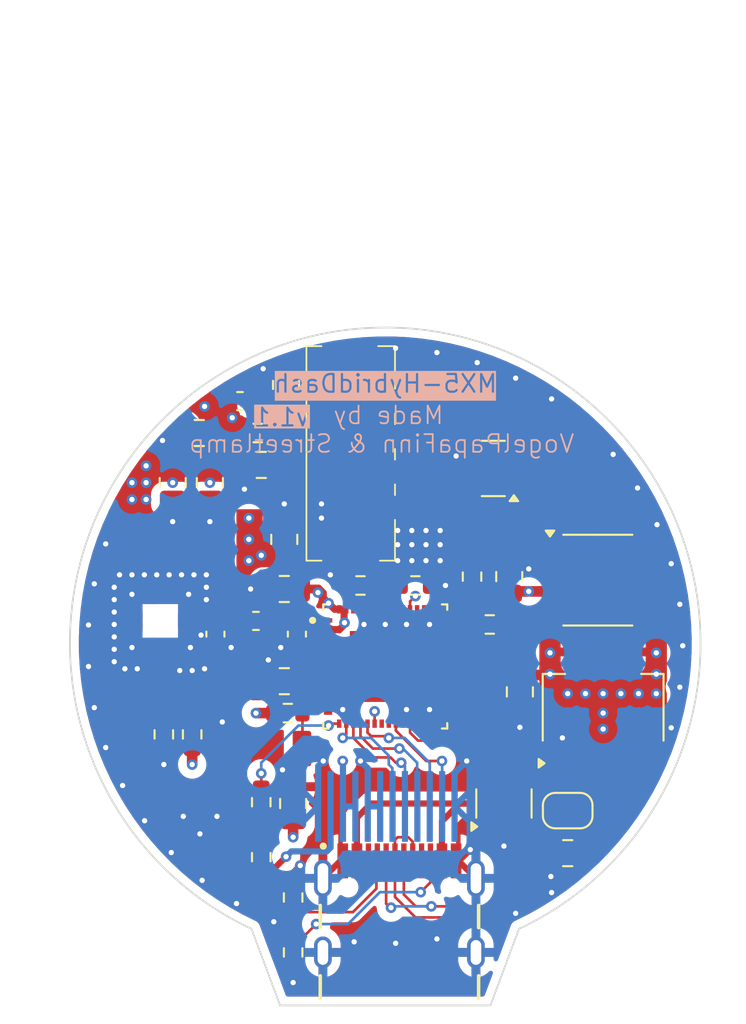
<source format=kicad_pcb>
(kicad_pcb (version 20241229) (generator "pcbnew") (generator_version "9.0")
  (layers (0 "F.Cu" signal) (4 "In1.Cu" signal) (6 "In2.Cu" signal) (2 "B.Cu" signal) (13 "F.Paste" user) (15 "B.Paste" user) (5 "F.SilkS" user "F.Silkscreen") (7 "B.SilkS" user "B.Silkscreen") (1 "F.Mask" user) (3 "B.Mask" user) (25 "Edge.Cuts" user))
  (net 0 "")
  (net 1 "GND")
  (net 2 "+3.3V")
  (net 13 "LEDK")
  (net 17 "CANH")
  (net 20 "CANL")
  (net 25 "VBUS")
  (net 39 "Net-(RST201-A)")
  (net 40 "/MCU/CHIP_PU")
  (net 41 "/USB/5V_VBUS")
  (net 42 "/MCU/RST")
  (net 43 "/MCU/DC")
  (net 44 "/MCU/CS")
  (net 45 "/MCU/DIN")
  (net 46 "/MCU/CLK")
  (net 47 "/GC9A01/LIM_BL")
  (net 48 "/GC9A01/GUI_LIM_LEDK")
  (net 49 "/CAN/CAN_TX")
  (net 50 "Net-(U201-GPIO37)")
  (net 51 "/MCU/VDD_SPI")
  (net 52 "/MCU/ROM_PRINT")
  (net 53 "/MCU/BL")
  (net 54 "/CAN/CAN_RX")
  (net 55 "Net-(U401-R)")
  (net 56 "/USB/CC1")
  (net 57 "/USB/CC2")
  (net 58 "/CAN/UNF_CANN")
  (net 59 "/CAN/UNF_CANP")
  (net 67 "/MCU/BOOT")
  (net 68 "/MCU/USB_D-")
  (net 69 "/MCU/USB_D+")
  (net 70 "UNF_USB_D-")
  (net 71 "UNF_USB_D+")
  (net 72 "/MCU/ANTENNA")
  (net 73 "LDA_IN")
  (net 74 "Net-(C404-Pad1)")
  (net 75 "/CAN/UNF_3.3V")
  (footprint "Capacitor_SMD:C_0603_1608Metric" (layer "F.Cu") (at 90.412281 117.245 -90)
    (property "Reference" "C204" (hide yes))
    (property "Value" "3.3pF")
  )
  (footprint "CustomFootprints:CONMHF1-SMD-G-T_U.FL" (layer "F.Cu") (at 87.3 116.5 -90)
    (property "Reference" "J201" (hide yes))
    (property "Value" "Conn_Coaxial")
  )
  (footprint "Resistor_SMD:R_0603_1608Metric" (layer "F.Cu") (at 92.8 105.9)
    (property "Reference" "R401" (hide yes))
    (property "Value" "3")
  )
  (footprint "Package_TO_SOT_SMD:SOT-223-3_TabPin2" (layer "F.Cu") (at 112.3 121.4 90)
    (property "Reference" "U502" (hide yes))
    (property "Value" "AMS1117-3.3")
  )
  (footprint "Resistor_SMD:R_0603_1608Metric" (layer "F.Cu") (at 93 126.725 -90)
    (property "Reference" "R301" (hide yes))
    (property "Value" "1k")
  )
  (footprint "Resistor_SMD:R_0603_1608Metric" (layer "F.Cu") (at 94.8 135.2 -90)
    (property "Reference" "Rusb502" (hide yes))
    (property "Value" "5.1k")
  )
  (footprint "Resistor_SMD:R_0603_1608Metric" (layer "F.Cu") (at 94.5 121.7 180)
    (property "Reference" "R203" (hide yes))
    (property "Value" "10k")
  )
  (footprint "Capacitor_SMD:C_0805_2012Metric" (layer "F.Cu") (at 93 107.7 180)
    (property "Reference" "C404" (hide yes))
    (property "Value" "47uF")
  )
  (footprint "Resistor_SMD:R_0603_1608Metric" (layer "F.Cu") (at 104.9 114 90)
    (property "Reference" "R204" (hide yes))
    (property "Value" "100")
  )
  (footprint "Jumper:SolderJumper-2_P1.3mm_Open_RoundedPad1.0x1.5mm" (layer "F.Cu") (at 110.3 127.2)
    (property "Reference" "JP501" (hide yes))
    (property "Value" "SolderJumper_2_Open")
  )
  (footprint "Capacitor_SMD:C_0805_2012Metric" (layer "F.Cu") (at 107.6 120.5 -90)
    (property "Reference" "C502" (hide yes))
    (property "Value" "22uF")
  )
  (footprint "Capacitor_SMD:C_0805_2012Metric" (layer "F.Cu") (at 90.1 108.7 -90)
    (property "Reference" "C401" (hide yes))
    (property "Value" "unkwn")
  )
  (footprint "CustomFootprints:ESP32-S3-PICO-1" (layer "F.Cu") (at 100 119.069563)
    (property "Reference" "U201" (hide yes))
    (property "Value" "ESP32-S3-PICO-1-N8R2")
  )
  (footprint "CustomFootprints:XUNPU_Button" (layer "F.Cu") (at 90.85 123.7)
    (property "Reference" "SPST201" (hide yes))
    (property "Value" "BOOT")
  )
  (footprint "Resistor_SMD:R_0603_1608Metric" (layer "F.Cu") (at 87.5 122.9 90)
    (property "Reference" "R201" (hide yes))
    (property "Value" "470")
  )
  (footprint "Capacitor_SMD:C_0805_2012Metric" (layer "F.Cu") (at 110.3 129.6 180)
    (property "Reference" "C501" (hide yes))
    (property "Value" "10uF")
  )
  (footprint "CustomFootprints:USB-C_24P-2.0" (layer "F.Cu") (at 100.8 135.2)
    (property "Reference" "USBC501" (hide yes))
    (property "Value" "USB4105-GF-A")
  )
  (footprint "CustomFootprints:SOT_TO_92_L2N7002SLLT1G" (layer "F.Cu") (at 90.5 128.525)
    (property "Reference" "Q301" (hide yes))
    (property "Value" "L2N7002SLLT1G")
  )
  (footprint "Resistor_SMD:R_0805_2012Metric" (layer "F.Cu") (at 94.4 103.1875 90)
    (property "Reference" "D401" (hide yes))
    (property "Value" "SP4020-01FTG-C")
  )
  (footprint "CustomFootprints:XUNPU_Button" (layer "F.Cu") (at 87.25 120.1)
    (property "Reference" "RST201" (hide yes))
    (property "Value" "SW_SPST")
  )
  (footprint "Resistor_SMD:R_0603_1608Metric" (layer "F.Cu") (at 98.6 114.5)
    (property "Reference" "R206" (hide yes))
    (property "Value" "10k")
  )
  (footprint "Capacitor_SMD:C_0805_2012Metric" (layer "F.Cu") (at 94.3 119.9 180)
    (property "Reference" "C201" (hide yes))
    (property "Value" "1uF")
  )
  (footprint "Package_TO_SOT_SMD:SOT-23" (layer "F.Cu") (at 106.1 107.9 180)
    (property "Reference" "D402" (hide yes))
    (property "Value" "PESD1CAN")
  )
  (footprint "Capacitor_SMD:C_0603_1608Metric" (layer "F.Cu") (at 95.012281 117.245 -90)
    (property "Reference" "C205" (hide yes))
    (property "Value" "3.3pF")
  )
  (footprint "Capacitor_SMD:C_0805_2012Metric" (layer "F.Cu") (at 94.3 111.9 90)
    (property "Reference" "C203" (hide yes))
    (property "Value" "0.1uF")
  )
  (footprint "Capacitor_SMD:C_0805_2012Metric" (layer "F.Cu") (at 88 108.7 -90)
    (property "Reference" "C402" (hide yes))
    (property "Value" "unkwn")
  )
  (footprint "Resistor_SMD:R_0603_1608Metric" (layer "F.Cu") (at 93 129.825 -90)
    (property "Reference" "R302" (hide yes))
    (property "Value" "10")
  )
  (footprint "Capacitor_SMD:C_0805_2012Metric" (layer "F.Cu") (at 94.8 126.8 90)
    (property "Reference" "C301" (hide yes))
    (property "Value" "104")
  )
  (footprint "Package_TO_SOT_SMD:SOT-23-6" (layer "F.Cu") (at 106.7 126.8 90)
    (property "Reference" "U501" (hide yes))
    (property "Value" "USBLC6-2SC6")
  )
  (footprint "CustomFootprints:JST_PH_B4B_SM4_TB" (layer "F.Cu") (at 99.9 107.1 -90)
    (property "Reference" "J401" (hide yes))
    (property "Value" "Conn_01x04")
  )
  (footprint "Inductor_SMD:L_0603_1608Metric" (layer "F.Cu") (at 92.7 116.5)
    (property "Reference" "L201" (hide yes))
    (property "Value" "2.2nH")
  )
  (footprint "CustomFootprints:TDK ACT45B-510-2P-TL003" (layer "F.Cu") (at 110.1 108.1 -90)
    (property "Reference" "L401" (hide yes))
    (property "Value" "TDK ACT45B-510-2P-TL003")
  )
  (footprint "Inductor_SMD:L_0603_1608Metric" (layer "F.Cu") (at 91.8 104.1)
    (property "Reference" "FB401" (hide yes))
    (property "Value" "BLM18KG121TN1D")
  )
  (footprint "Capacitor_SMD:C_0805_2012Metric" (layer "F.Cu") (at 94.3 114.7 180)
    (property "Reference" "C202" (hide yes))
    (property "Value" "22uF")
  )
  (footprint "Capacitor_SMD:C_0805_2012Metric" (layer "F.Cu") (at 89.5 105.9 180)
    (property "Reference" "C403" (hide yes))
    (property "Value" "100nF")
  )
  (footprint "Resistor_SMD:R_0603_1608Metric" (layer "F.Cu") (at 101.7 114.5 180)
    (property "Reference" "R205" (hide yes))
    (property "Value" "10k")
  )
  (footprint "Package_SO:SOIC-8_3.9x4.9mm_P1.27mm" (layer "F.Cu") (at 112 114.2)
    (property "Reference" "U401" (hide yes))
    (property "Value" "SN65HVD232")
  )
  (footprint "Resistor_SMD:R_0603_1608Metric" (layer "F.Cu") (at 105.9 116.7 180)
    (property "Reference" "R402" (hide yes))
    (property "Value" "100")
  )
  (footprint "Resistor_SMD:R_0603_1608Metric" (layer "F.Cu") (at 94.8 132.1 90)
    (property "Reference" "Rusb501" (hide yes))
    (property "Value" "5.1k")
  )
  (footprint "Resistor_SMD:R_0603_1608Metric" (layer "F.Cu") (at 89.1 122.9 90)
    (property "Reference" "R202" (hide yes))
    (property "Value" "10k")
  )
  (footprint "Capacitor_SMD:C_0805_2012Metric" (layer "F.Cu") (at 107 114 90)
    (property "Reference" "C405" (hide yes))
    (property "Value" "100nF")
  )
  (footprint "CustomFootprints:GC9A01_Connector" (layer "B.Cu") (at 96.0125 124.9625)
    (property "Reference" "J301" (hide yes))
    (property "Value" "Conn_01x12_Pin")
  )
  (gr_arc (start 92.449248 133.869123) (mid 100.000001 99.950001) (end 107.55075 133.869124) (stroke (width 0.1)) (layer "Edge.Cuts"))
  (gr_line (start 94.06443 138.189125) (end 105.935567 138.189126) (stroke (width 0.1)) (layer "Edge.Cuts"))
  (gr_line (start 92.449248 133.869123) (end 94.06443 138.189125) (stroke (width 0.1)) (layer "Edge.Cuts"))
  (gr_line (start 107.55075 133.869124) (end 105.935567 138.189126) (stroke (width 0.1)) (layer "Edge.Cuts"))
  (gr_text "Made by \nVogelPapaFinn & Streetlamp" (at 99.8 105.7 0) (layer "B.SilkS") (effects (font (size 1 1) (thickness 0.1)) (justify mirror)))
  (gr_text "MX5-HybridDash" (at 106.4 103.7 0) (layer "B.SilkS" knockout) (effects (font (size 1 1) (thickness 0.125)) (justify left bottom mirror)))
  (gr_text "v1.1" (at 95.8 105.6 0) (layer "B.SilkS" knockout) (effects (font (size 1 1) (thickness 0.125)) (justify left bottom mirror)))
  (segment (start 100 117.9) (end 98.8 116.7) (width 0.6) (layer "F.Cu") (net 1))
  (segment (start 89.55 128.500995) (end 89.538118 128.512877) (width 0.35) (layer "F.Cu") (net 1))
  (segment (start 104 130.034999) (end 104.165001 130.034999) (width 0.35) (layer "F.Cu") (net 1))
  (segment (start 88 109.65) (end 88 110.9) (width 0.6) (layer "F.Cu") (net 1))
  (segment (start 92.05 107.7) (end 92.05 109.068419) (width 0.6) (layer "F.Cu") (net 1))
  (segment (start 100.059563 119.069563) (end 102.49 121.5) (width 0.6) (layer "F.Cu") (net 1))
  (segment (start 104.165001 130.034999) (end 104.8 129.4) (width 0.35) (layer "F.Cu") (net 1))
  (segment (start 87.312281 117.975) (end 85.725 117.975) (width 0.6) (layer "F.Cu") (net 1))
  (segment (start 94.3 110.95) (end 94.3 109.9) (width 0.4) (layer "F.Cu") (net 1))
  (segment (start 107.515 113.565) (end 107 113.05) (width 0.6) (layer "F.Cu") (net 1))
  (segment (start 110 124.55) (end 110 123.1) (width 0.6) (layer "F.Cu") (net 1))
  (segment (start 100 119.069563) (end 100.059563 119.069563) (width 0.6) (layer "F.Cu") (net 1))
  (segment (start 97.775 114.5) (end 97.5 114.5) (width 0.6) (layer "F.Cu") (net 1))
  (segment (start 87.848272 105.9) (end 87.424641 106.323631) (width 0.6) (layer "F.Cu") (net 1))
  (segment (start 100 119.069563) (end 101.059563 119.069563) (width 0.6) (layer "F.Cu") (net 1))
  (segment (start 100 119.069563) (end 100.120437 119.069563) (width 0.6) (layer "F.Cu") (net 1))
  (segment (start 87.312281 117.975) (end 88.975 117.975) (width 0.6) (layer "F.Cu") (net 1))
  (segment (start 90.85 123.7) (end 90.85 122.25) (width 0.6) (layer "F.Cu") (net 1))
  (segment (start 93.35 118.75) (end 93.4 118.7) (width 0.6) (layer "F.Cu") (net 1))
  (segment (start 88.875 115.025) (end 88.9 115) (width 0.6) (layer "F.Cu") (net 1))
  (segment (start 97.600001 130.035) (end 97.464999 130.035) (width 0.35) (layer "F.Cu") (net 1))
  (segment (start 87.312281 115.025) (end 88.875 115.025) (width 0.6) (layer "F.Cu") (net 1))
  (segment (start 85.725 117.975) (end 85.7 118) (width 0.6) (layer "F.Cu") (net 1))
  (segment (start 87.5 123.725) (end 87.5 124.6) (width 0.6) (layer "F.Cu") (net 1))
  (segment (start 88.975 117.975) (end 89 118) (width 0.6) (layer "F.Cu") (net 1))
  (segment (start 100.120437 119.069563) (end 102.49 116.7) (width 0.6) (layer "F.Cu") (net 1))
  (segment (start 100 120.3) (end 101.2 121.5) (width 0.6) (layer "F.Cu") (net 1))
  (segment (start 101.2 116.7) (end 100 117.9) (width 0.6) (layer "F.Cu") (net 1))
  (segment (start 94.8 125.5) (end 94.2 124.9) (width 0.6) (layer "F.Cu") (net 1))
  (segment (start 90.85 122.25) (end 90.8 122.2) (width 0.6) (layer "F.Cu") (net 1))
  (segment (start 94.8 136.025) (end 94.8 136.9) (width 0.35) (layer "F.Cu") (net 1))
  (segment (start 100 119.069563) (end 98.940437 119.069563) (width 0.6) (layer "F.Cu") (net 1))
  (segment (start 97.5 114.5) (end 96.9 113.9) (width 0.6) (layer "F.Cu") (net 1))
  (segment (start 100 119.069563) (end 100 120.3) (width 0.6) (layer "F.Cu") (net 1))
  (segment (start 91.28 118.02) (end 91.3 118) (width 0.6) (layer "F.Cu") (net 1))
  (segment (start 93.35 114.7) (end 92.4 114.7) (width 0.6) (layer "F.Cu") (net 1))
  (segment (start 94.8 125.85) (end 94.8 125.5) (width 0.6) (layer "F.Cu") (net 1))
  (segment (start 100 119.069563) (end 98.479563 119.069563) (width 0.6) (layer "F.Cu") (net 1))
  (segment (start 94.8 131.275) (end 94.8 130.7) (width 0.35) (layer "F.Cu") (net 1))
  (segment (start 85.725 115.025) (end 85.7 115) (width 0.6) (layer "F.Cu") (net 1))
  (segment (start 102.525 114.5) (end 103.4 114.5) (width 0.6) (layer "F.Cu") (net 1))
  (segment (start 93.35 119.9) (end 93.35 118.75) (width 0.6) (layer "F.Cu") (net 1))
  (segment (start 100 116.7) (end 100 119.069563) (width 0.6) (layer "F.Cu") (net 1))
  (segment (start 109.35 130.616687) (end 109.352521 130.619208) (width 0.4) (layer "F.Cu") (net 1))
  (segment (start 90.1 109.65) (end 90.1 110.9) (width 0.6) (layer "F.Cu") (net 1))
  (segment (start 89.55 127.525) (end 90.5 127.525) (width 0.35) (layer "F.Cu") (net 1))
  (segment (start 87.312281 115.025) (end 85.725 115.025) (width 0.6) (layer "F.Cu") (net 1))
  (segment (start 94.12 118.02) (end 94.1 118) (width 0.6) (layer "F.Cu") (net 1))
  (segment (start 107.6 121.45) (end 107.6 122.5) (width 0.6) (layer "F.Cu") (net 1))
  (segment (start 88.55 105.9) (end 87.848272 105.9) (width 0.6) (layer "F.Cu") (net 1))
  (segment (start 109.35 129.6) (end 109.35 130.916687) (width 0.4) (layer "F.Cu") (net 1))
  (segment (start 105.1625 107.9) (end 104.7 107.9) (width 0.6) (layer "F.Cu") (net 1))
  (segment (start 94.8 130.7) (end 95.2 130.3) (width 0.35) (layer "F.Cu") (net 1))
  (segment (start 95.012281 118.02) (end 94.12 118.02) (width 0.6) (layer "F.Cu") (net 1))
  (segment (start 94.4 102.275) (end 93.107902 102.275) (width 0.6) (layer "F.Cu") (net 1))
  (segment (start 104.135 130.034999) (end 105.120001 131.02) (width 0.35) (layer "F.Cu") (net 1))
  (segment (start 109.525 113.565) (end 108.1 113.565) (width 0.6) (layer "F.Cu") (net 1))
  (segment (start 100 119.1) (end 97.6 121.5) (width 0.6) (layer "F.Cu") (net 1))
  (segment (start 104 130.034999) (end 104.135 130.034999) (width 0.35) (layer "F.Cu") (net 1))
  (segment (start 104.7 107.9) (end 104 107.2) (width 0.6) (layer "F.Cu") (net 1))
  (segment (start 90.412281 118.02) (end 91.28 118.02) (width 0.6) (layer "F.Cu") (net 1))
  (segment (start 100 119.069563) (end 100 119.1) (width 0.6) (layer "F.Cu") (net 1))
  (segment (start 97.464999 130.035) (end 96.48 131.019999) (width 0.35) (layer "F.Cu") (net 1))
  (segment (start 100 119.069563) (end 101.520437 119.069563) (width 0.6) (layer "F.Cu") (net 1))
  (segment (start 93.107902 102.275) (end 93.107893 102.274991) (width 0.6) (layer "F.Cu") (net 1))
  (segment (start 92.05 109.068419) (end 92.050005 109.068424) (width 0.6) (layer "F.Cu") (net 1))
  (segment (start 108.1 113.565) (end 107.515 113.565) (width 0.6) (layer "F.Cu") (net 1))
  (segment (start 89.55 127.525) (end 89.55 128.500995) (width 0.35) (layer "F.Cu") (net 1))
  (segment (start 106.7 127.9375) (end 106.7 129.2) (width 0.35) (layer "F.Cu") (net 1))
  (segment (start 89.55 127.525) (end 88.6 127.525) (width 0.35) (layer "F.Cu") (net 1))
  (segment (start 100 119.069563) (end 100 117.9) (width 0.6) (layer "F.Cu") (net 1))
  (via (at 83.573818 114.408507) (size 0.6) (drill 0.3) (layers "F.Cu" "B.Cu") (net 1))
  (via (at 94.3 109.9) (size 0.6) (drill 0.3) (layers "F.Cu" "B.Cu") (net 1))
  (via (at 86.4 113.9) (size 0.6) (drill 0.3) (layers "F.Cu" "B.Cu") (net 1))
  (via (at 96.5 124.4) (size 0.6) (drill 0.3) (layers "F.Cu" "B.Cu") (net 1))
  (via (at 101.5 113.1) (size 0.6) (drill 0.3) (layers "F.Cu" "B.Cu") (net 1))
  (via (at 84.7 118.1) (size 0.6) (drill 0.3) (layers "F.Cu" "B.Cu") (net 1))
  (via (at 87.8 113.9) (size 0.6) (drill 0.3) (layers "F.Cu" "B.Cu") (net 1))
  (via (at 96.9 113.9) (size 0.6) (drill 0.3) (layers "F.Cu" "B.Cu") (net 1))
  (via (at 103.4 114.5) (size 0.6) (drill 0.3) (layers "F.Cu" "B.Cu") (net 1))
  (via (at 107.361634 132.993586) (size 0.6) (drill 0.3) (layers "F.Cu" "B.Cu") (net 1))
  (via (at 84.7 118.8) (size 0.6) (drill 0.3) (layers "F.Cu" "B.Cu") (net 1))
  (via (at 85 113.9) (size 0.6) (drill 0.3) (layers "F.Cu" "B.Cu") (net 1))
  (via (at 105.18937 101.928762) (size 0.6) (drill 0.3) (layers "F.Cu" "B.Cu") (net 1))
  (via (at 101.5 111.4) (size 0.6) (drill 0.3) (layers "F.Cu" "B.Cu") (net 1))
  (via (at 85.7 118) (size 0.6) (drill 0.3) (layers "F.Cu" "B.Cu") (net 1))
  (via (at 110 123.1) (size 0.6) (drill 0.3) (layers "F.Cu" "B.Cu") (net 1))
  (via (at 85.172526 125.783908) (size 0.6) (drill 0.3) (layers "F.Cu" "B.Cu") (net 1))
  (via (at 116.142615 122.52882) (size 0.6) (drill 0.3) (layers "F.Cu" "B.Cu") (net 1))
  (via (at 107.6 122.5) (size 0.6) (drill 0.3) (layers "F.Cu" "B.Cu") (net 1))
  (via (at 116.142615 113.27118) (size 0.6) (drill 0.3) (layers "F.Cu" "B.Cu") (net 1))
  (via (at 87.1 113.9) (size 0.6) (drill 0.3) (layers "F.Cu" "B.Cu") (net 1))
  (via (at 108.1 113.565) (size 0.6) (drill 0.3) (layers "F.Cu" "B.Cu") (net 1))
  (via (at 89 118) (size 0.6) (drill 0.3) (layers "F.Cu" "B.Cu") (net 1))
  (via (at 102.3 112.2) (size 0.6) (drill 0.3) (layers "F.Cu" "B.Cu") (net 1))
  (via (at 83.573818 121.391493) (size 0.6) (drill 0.3) (layers "F.Cu" "B.Cu") (net 1))
  (via (at 100.7 113.1) (size 0.6) (drill 0.3) (layers "F.Cu" "B.Cu") (net 1))
  (via (at 85.7 113.9) (size 0.6) (drill 0.3) (layers "F.Cu" "B.Cu") (net 1))
  (via (at 89.661103 131.133185) (size 0.6) (drill 0.3) (layers "F.Cu" "B.Cu") (net 1))
  (via (at 87.424641 106.323631) (size 0.6) (drill 0.3) (layers "F.Cu" "B.Cu") (net 1))
  (via (at 109.390612 131.822155) (size 0.6) (drill 0.3) (layers "F.Cu" "B.Cu") (net 1))
  (via (at 100.7 112.2) (size 0.6) (drill 0.3) (layers "F.Cu" "B.Cu") (net 1))
  (via (at 83.247754 119.071431) (size 0.6) (drill 0.3) (layers "F.Cu" "B.Cu") (net 1))
  (via (at 101.2 121.5) (size 0.6) (drill 0.3) (layers "F.Cu" "B.Cu") (net 1))
  (via (at 112.864302 107.105569) (size 0.6) (drill 0.3) (layers "F.Cu" "B.Cu") (net 1))
  (via (at 102.5 116.7) (size 0.6) (drill 0.3) (layers "F.Cu" "B.Cu") (net 1))
  (via (at 91.3 118) (size 0.6) (drill 0.3) (layers "F.Cu" "B.Cu") (net 1))
  (via (at 116.629723 120.237155) (size 0.6) (drill 0.3) (layers "F.Cu" "B.Cu") (net 1))
  (via (at 114.241401 109.000985) (size 0.6) (drill 0.3) (layers "F.Cu" "B.Cu") (net 1))
  (via (at 96.4 109.9) (size 0.6) (drill 0.3) (layers "F.Cu" "B.Cu") (net 1))
  (via (at 91.603423 132.443297) (size 0.6) (drill 0.3) (layers "F.Cu" "B.Cu") (net 1))
  (via (at 102.9161 134.438027) (size 0.6) (drill 0.3) (layers "F.Cu" "B.Cu") (net 1))
  (via (at 88 110.9) (size 0.6) (drill 0.3) (layers "F.Cu" "B.Cu") (net 1))
  (via (at 89.1 119.3) (size 0.6) (drill 0.3) (layers "F.Cu" "B.Cu") (net 1))
  (via (at 102.3 111.4) (size 0.6) (drill 0.3) (layers "F.Cu" "B.Cu") (net 1))
  (via (at 107.361634 102.806414) (size 0.6) (drill 0.3) (layers "F.Cu" "B.Cu") (net 1))
  (via (at 84.219598 123.643597) (size 0.6) (drill 0.3) (layers "F.Cu" "B.Cu") (net 1))
  (via (at 86.414054 127.770768) (size 0.6) (drill 0.3) (layers "F.Cu" "B.Cu") (net 1))
  (via (at 84.7 114.6) (size 0.6) (drill 0.3) (layers "F.Cu" "B.Cu") (net 1))
  (via (at 98.6 124.4) (size 0.6) (drill 0.3) (layers "F.Cu" "B.Cu") (net 1))
  (via (at 89.2 113.9) (size 0.6) (drill 0.3) (layers "F.Cu" "B.Cu") (net 1))
  (via (at 88.9 115) (size 0.6) (drill 0.3) (layers "F.Cu" "B.Cu") (net 1))
  (via (at 106.7 129.2) (size 0.6) (drill 0.3) (layers "F.Cu" "B.Cu") (net 1))
  (via (at 116.629723 115.562845) (size 0.6) (drill 0.3) (layers "F.Cu" "B.Cu") (net 1))
  (via (at 102.3 113.1) (size 0.6) (drill 0.3) (layers "F.Cu" "B.Cu") (net 1))
  (via (at 103.1 111.4) (size 0.6) (drill 0.3) (layers "F.Cu" "B.Cu") (net 1))
  (via (at 89.6 117.3) (size 0.6) (drill 0.3) (layers "F.Cu" "B.Cu") (net 1))
  (via (at 89.9 114.6) (size 0.6) (drill 0.3) (layers "F.Cu" "B.Cu") (net 1))
  (via (at 84.7 115.3) (size 0.6) (drill 0.3) (layers "F.Cu" "B.Cu") (net 1))
  (via (at 84.7 116) (size 0.6) (drill 0.3) (layers "F.Cu" "B.Cu") (net 1))
  (via (at 90.5 127.525) (size 0.6) (drill 0.3) (layers "F.Cu" "B.Cu") (net 1))
  (via (at 84.7 116.7) (size 0.6) (drill 0.3) (layers "F.Cu" "B.Cu") (net 1))
  (via (at 109.35 130.916687) (size 0.6) (drill 0.3) (layers "F.Cu" "B.Cu") (net 1))
  (via (at 103.1 113.1) (size 0.6) (drill 0.3) (layers "F.Cu" "B.Cu") (net 1))
  (via (at 100.7 111.4) (size 0.6) (drill 0.3) (layers "F.Cu" "B.Cu") (net 1))
  (via (at 96.4 110.7) (size 0.6) (drill 0.3) (layers "F.Cu" "B.Cu") (net 1))
  (via (at 103.1 112.2) (size 0.6) (drill 0.3) (layers "F.Cu" "B.Cu") (net 1))
  (via (at 88.4 119.3) (size 0.6) (drill 0.3) (layers "F.Cu" "B.Cu") (net 1))
  (via (at 89.8 119.2) (size 0.6) (drill 0.3) (layers "F.Cu" "B.Cu") (net 1))
  (via (at 94.1 118) (size 0.6) (drill 0.3) (layers "F.Cu" "B.Cu") (net 1))
  (via (at 93.709174 133.47034) (size 0.6) (drill 0.3) (layers "F.Cu" "B.Cu") (net 1))
  (via (at 116.793153 117.9) (size 0.6) (drill 0.3) (layers "F.Cu" "B.Cu") (net 1))
  (via (at 98.244638 134.601158) (size 0.6) (drill 0.3) (layers "F.Cu" "B.Cu") (net 1))
  (via (at 94.2 124.9) (size 0.6) (drill 0.3) (layers "F.Cu" "B.Cu") (net 1))
  (via (at 90.1 110.9) (size 0.6) (drill 0.3) (layers "F.Cu" "B.Cu") (net 1))
  (via (at 101.5 112.2) (size 0.6) (drill 0.3) (layers "F.Cu" "B.Cu") (net 1))
  (via (at 101.2 116.7) (size 0.6) (drill 0.3) (layers "F.Cu" "B.Cu") (net 1))
  (via (at 100.586073 101.117077) (size 0.6) (drill 0.3) (layers "F.Cu" "B.Cu") (net 1))
  (via (at 89.9 115.3) (size 0.6) (drill 0.3) (layers "F.Cu" "B.Cu") (net 1))
  (via (at 102.5 121.5) (size 0.6) (drill 0.3) (layers "F.Cu" "B.Cu") (net 1))
  (via (at 93.107893 102.274991) (size 0.6) (drill 0.3) (layers "F.Cu" "B.Cu") (net 1))
  (via (at 84.7 117.4) (size 0.6) (drill 0.3) (layers "F.Cu" "B.Cu") (net 1))
  (via (at 98.8 116.7) (size 0.6) (drill 0.3) (layers "F.Cu" "B.Cu") (net 1))
  (via (at 92.4 114.7) (size 0.6) (drill 0.3) (layers "F.Cu" "B.Cu") (net 1))
  (via (at 93.4 118.7) (size 0.6) (drill 0.3) (layers "F.Cu" "B.Cu") (net 1))
  (via (at 109.390612 103.977845) (size 0.6) (drill 0.3) (layers "F.Cu" "B.Cu") (net 1))
  (via (at 95.2 130.3) (size 0.6) (drill 0.3) (layers "F.Cu" "B.Cu") (net 1))
  (via (at 92.050005 109.068424) (size 0.6) (drill 0.3) (layers "F.Cu" "B.Cu") (net 1))
  (via (at 102.9161 101.361973) (size 0.6) (drill 0.3) (layers "F.Cu" "B.Cu") (net 1))
  (via (at 87.5 124.6) (size 0.6) (drill 0.3) (layers "F.Cu" "B.Cu") (net 1))
  (via (at 104.8 129.4) (size 0.6) (drill 0.3) (layers "F.Cu" "B.Cu") (net 1))
  (via (at 88.5 113.9) (size 0.6) (drill 0.3) (layers "F.Cu" "B.Cu") (net 1))
  (via (at 100 116.7) (size 0.6) (drill 0.3) (layers "F.Cu" "B.Cu") (net 1))
  (via (at 115.341309 111.069609) (size 0.6) (drill 0.3) (layers "F.Cu" "B.Cu") (net 1))
  (via (at 90.8 122.2) (size 0.6) (drill 0.3) (layers "F.Cu" "B.Cu") (net 1))
  (via (at 94.8 136.9) (size 0.6) (drill 0.3) (layers "F.Cu" "B.Cu") (net 1))
  (via (at 104.6 124.4) (size 0.6) (drill 0.3) (layers "F.Cu" "B.Cu") (net 1))
  (via (at 97.6 121.5) (size 0.6) (drill 0.3) (layers "F.Cu" "B.Cu") (net 1))
  (via (at 104 107.2) (size 0.6) (drill 0.3) (layers "F.Cu" "B.Cu") (net 1))
  (via (at 85.3 119.2) (size 0.6) (drill 0.3) (layers "F.Cu" "B.Cu") (net 1))
  (via (at 83.247754 116.728569) (size 0.6) (drill 0.3) (layers "F.Cu" "B.Cu") (net 1))
  (via (at 84.219598 112.156403) (size 0.6) (drill 0.3) (layers "F.Cu" "B.Cu") (net 1))
  (via (at 86 119.2) (size 0.6) (drill 0.3) (layers "F.Cu" "B.Cu") (net 1))
  (via (at 85.7 115) (size 0.6) (drill 0.3) (layers "F.Cu" "B.Cu") (net 1))
  (via (at 89.538118 128.512877) (size 0.6) (drill 0.3) (layers "F.Cu" "B.Cu") (net 1))
  (via (at 88.6 127.525) (size 0.6) (drill 0.3) (layers "F.Cu" "B.Cu") (net 1))
  (via (at 100.586073 134.682923) (size 0.6) (drill 0.3) (layers "F.Cu" "B.Cu") (net 1))
  (via (at 89.9 113.9) (size 0.6) (drill 0.3) (layers "F.Cu" "B.Cu") (net 1))
  (via (at 87.920017 129.565504) (size 0.6) (drill 0.3) (layers "F.Cu" "B.Cu") (net 1))
  (segment (start 96.2125 124.6875) (end 96.5 124.4) (width 0.35) (layer "B.Cu") (net 1))
  (segment (start 99.0125 126.9625) (end 99.0125 124.8125) (width 0.35) (layer "B.Cu") (net 1))
  (segment (start 99.0125 124.8125) (end 98.6 124.4) (width 0.35) (layer "B.Cu") (net 1))
  (segment (start 103.9125 126.9625) (end 103.9125 125.0875) (width 0.35) (layer "B.Cu") (net 1))
  (segment (start 96.2125 126.9625) (end 96.2125 124.6875) (width 0.35) (layer "B.Cu") (net 1))
  (segment (start 99.7125 126.9625) (end 99.0125 126.9625) (width 0.35) (layer "B.Cu") (net 1))
  (segment (start 103.9125 125.0875) (end 104.6 124.4) (width 0.35) (layer "B.Cu") (net 1))
  (segment (start 99.7125 128.7875) (end 99.7125 126.9625) (width 0.35) (layer "B.Cu") (net 1))
  (segment (start 97.4 115.844563) (end 97.675 115.844563) (width 0.4) (layer "F.Cu") (net 2))
  (segment (start 97.4 115.844563) (end 97.144563 115.844563) (width 0.4) (layer "F.Cu") (net 2))
  (segment (start 93.675 121.7) (end 92.7 121.7) (width 0.6) (layer "F.Cu") (net 2))
  (segment (start 94.8 127.75) (end 94.85 127.75) (width 0.6) (layer "F.Cu") (net 2))
  (segment (start 101.4 115.4) (end 101.7 115.1) (width 0.15) (layer "F.Cu") (net 2))
  (segment (start 96 114.7) (end 95.25 114.7) (width 0.4) (layer "F.Cu") (net 2))
  (segment (start 107.115 114.835) (end 107 114.95) (width 0.6) (layer "F.Cu") (net 2))
  (segment (start 97.394563 116.994563) (end 96.775 116.994563) (width 0.4) (layer "F.Cu") (net 2))
  (segment (start 89.1 123.725) (end 89.1 124.6) (width 0.6) (layer "F.Cu") (net 2))
  (segment (start 96.925 116.994563) (end 96.775 117.144563) (width 0.4) (layer "F.Cu") (net 2))
  (segment (start 97.4 117) (end 97.394563 116.994563) (width 0.4) (layer "F.Cu") (net 2))
  (segment (start 94.85 127.75) (end 94.9 127.8) (width 0.6) (layer "F.Cu") (net 2))
  (segment (start 99.4 122.294563) (end 99.4 121.6) (width 0.15) (layer "F.Cu") (net 2))
  (segment (start 109.525 114.835) (end 108.1 114.835) (width 0.6) (layer "F.Cu") (net 2))
  (segment (start 97.675 116.725) (end 97.4 117) (width 0.4) (layer "F.Cu") (net 2))
  (segment (start 94.8 127.75) (end 94.8 128.7) (width 0.6) (layer "F.Cu") (net 2))
  (segment (start 94.3 113.75) (end 95.25 114.7) (width 0.6) (layer "F.Cu") (net 2))
  (segment (start 97.394563 116.994563) (end 96.925 116.994563) (width 0.4) (layer "F.Cu") (net 2))
  (segment (start 107.6 119.55) (end 109.25 119.55) (width 0.6) (layer "F.Cu") (net 2))
  (segment (start 97.675 115.844563) (end 97.675 116.725) (width 0.4) (layer "F.Cu") (net 2))
  (segment (start 97.144563 115.844563) (end 96.6 115.3) (width 0.4) (layer "F.Cu") (net 2))
  (segment (start 96.6 115.3) (end 96 114.7) (width 0.4) (layer "F.Cu") (net 2))
  (segment (start 109.25 119.55) (end 109.3 119.5) (width 0.6) (layer "F.Cu") (net 2))
  (segment (start 108.1 114.835) (end 107.115 114.835) (width 0.6) (layer "F.Cu") (net 2))
  (segment (start 101.4 115.844563) (end 101.4 115.4) (width 0.15) (layer "F.Cu") (net 2))
  (segment (start 94.3 112.85) (end 94.3 113.75) (width 0.6) (layer "F.Cu") (net 2))
  (via (at 112.3 121.7) (size 0.6) (drill 0.3) (layers "F.Cu" "B.Cu") (net 2))
  (via (at 86.5 109.65) (size 0.6) (drill 0.3) (layers "F.Cu" "B.Cu") (net 2))
  (via (at 94.8 128.7) (size 0.6) (drill 0.3) (layers "F.Cu" "B.Cu") (net 2))
  (via (at 86.5 108.7) (size 0.6) (drill 0.3) (layers "F.Cu" "B.Cu") (net 2))
  (via (at 89.1 124.6) (size 0.6) (drill 0.3) (layers "F.Cu" "B.Cu") (net 2))
  (via (at 115.3 119.5) (size 0.6) (drill 0.3) (layers "F.Cu" "B.Cu") (net 2))
  (via (at 92.3 113.1) (size 0.6) (drill 0.3) (layers "F.Cu" "B.Cu") (net 2))
  (via (at 85.7 108.7) (size 0.6) (drill 0.3) (layers "F.Cu" "B.Cu") (net 2))
  (via (at 89.8 104.4) (size 0.6) (drill 0.3) (layers "F.Cu" "B.Cu") (net 2))
  (via (at 108.1 114.835) (size 0.6) (drill 0.3) (layers "F.Cu" "B.Cu") (net 2))
  (via (at 99.4 121.6) (size 0.6) (drill 0.3) (layers "F.Cu" "B.Cu") (net 2))
  (via (at 111.3 120.6) (size 0.6) (drill 0.3) (layers "F.Cu" "B.Cu") (net 2))
  (via (at 86.5 107.75) (size 0.6) (drill 0.3) (layers "F.Cu" "B.Cu") (net 2))
  (via (at 90.1 108.7) (size 0.6) (drill 0.3) (layers "F.Cu" "B.Cu") (net 2))
  (via (at 113.3 120.6) (size 0.6) (drill 0.3) (layers "F.Cu" "B.Cu") (net 2))
  (via (at 85.7 109.65) (size 0.6) (drill 0.3) (layers "F.Cu" "B.Cu") (net 2))
  (via (at 97.6 124.4) (size 0.6) (drill 0.3) (layers "F.Cu" "B.Cu") (net 2))
  (via (at 92.3 111.9) (size 0.6) (drill 0.3) (layers "F.Cu" "B.Cu") (net 2))
  (via (at 96.8 115.5) (size 0.6) (drill 0.3) (layers "F.Cu" "B.Cu") (net 2))
  (via (at 114.3 120.6) (size 0.6) (drill 0.3) (layers "F.Cu" "B.Cu") (net 2))
  (via (at 115.3 120.6) (size 0.6) (drill 0.3) (layers "F.Cu" "B.Cu") (net 2))
  (via (at 97.7 116.6) (size 0.6) (drill 0.3) (layers "F.Cu" "B.Cu") (net 2))
  (via (at 88 108.7) (size 0.6) (drill 0.3) (layers "F.Cu" "B.Cu") (net 2))
  (via (at 112.3 120.6) (size 0.6) (drill 0.3) (layers "F.Cu" "B.Cu") (net 2))
  (via (at 96.2 114.9) (size 0.6) (drill 0.3) (layers "F.Cu" "B.Cu") (net 2))
  (via (at 93 112.8) (size 0.6) (drill 0.3) (layers "F.Cu" "B.Cu") (net 2))
  (via (at 92.7 121.7) (size 0.6) (drill 0.3) (layers "F.Cu" "B.Cu") (net 2))
  (via (at 109.3 118.3) (size 0.6) (drill 0.3) (layers "F.Cu" "B.Cu") (net 2))
  (via (at 112.3 122.6) (size 0.6) (drill 0.3) (layers "F.Cu" "B.Cu") (net 2))
  (via (at 101.7 115.1) (size 0.6) (drill 0.3) (layers "F.Cu" "B.Cu") (net 2))
  (via (at 110.3 120.6) (size 0.6) (drill 0.3) (layers "F.Cu" "B.Cu") (net 2))
  (via (at 91.363112 105.040804) (size 0.6) (drill 0.3) (layers "F.Cu" "B.Cu") (net 2))
  (via (at 115.3 118.3) (size 0.6) (drill 0.3) (layers "F.Cu" "B.Cu") (net 2))
  (via (at 92.3 110.7) (size 0.6) (drill 0.3) (layers "F.Cu" "B.Cu") (net 2))
  (via (at 109.3 119.5) (size 0.6) (drill 0.3) (layers "F.Cu" "B.Cu") (net 2))
  (segment (start 97.6125 124.4125) (end 97.6 124.4) (width 0.35) (layer "B.Cu") (net 2))
  (segment (start 97.6125 126.9625) (end 98.3125 126.9625) (width 0.35) (layer "B.Cu") (net 2))
  (segment (start 97.6125 126.9625) (end 97.6125 124.4125) (width 0.35) (layer "B.Cu") (net 2))
  (segment (start 93.55 130.65) (end 94.4 129.8) (width 0.35) (layer "F.Cu") (net 13))
  (segment (start 93 130.65) (end 93.55 130.65) (width 0.35) (layer "F.Cu") (net 13))
  (via (at 94.4 129.8) (size 0.6) (drill 0.3) (layers "F.Cu" "B.Cu") (net 13))
  (segment (start 96.7 129.5) (end 94.7 129.5) (width 0.35) (layer "B.Cu") (net 13))
  (segment (start 96.9125 126.9625) (end 96.9125 129.2875) (width 0.35) (layer "B.Cu") (net 13))
  (segment (start 94.7 129.5) (end 94.4 129.8) (width 0.35) (layer "B.Cu") (net 13))
  (segment (start 96.9125 129.2875) (end 96.7 129.5) (width 0.35) (layer "B.Cu") (net 13))
  (segment (start 108.75 109.55) (end 109.3 109) (width 0.15) (layer "F.Cu") (net 17))
  (segment (start 111.9 109) (end 112.9 110) (width 0.15) (layer "F.Cu") (net 17))
  (segment (start 113.165 113.565) (end 114.475 113.565) (width 0.15) (layer "F.Cu") (net 17))
  (segment (start 108.75 110.075) (end 108.75 109.55) (width 0.15) (layer "F.Cu") (net 17))
  (segment (start 109.3 109) (end 111.9 109) (width 0.15) (layer "F.Cu") (net 17))
  (segment (start 112.9 110) (end 112.9 113.3) (width 0.15) (layer "F.Cu") (net 17))
  (segment (start 113.765 113.365) (end 114.475 113.365) (width 0.15) (layer "F.Cu") (net 17))
  (segment (start 112.9 113.3) (end 113.165 113.565) (width 0.15) (layer "F.Cu") (net 17))
  (segment (start 111.25 110.075) (end 112.175 110.075) (width 0.15) (layer "F.Cu") (net 20))
  (segment (start 112.5 114.1) (end 113.235 114.835) (width 0.15) (layer "F.Cu") (net 20))
  (segment (start 112.175 110.075) (end 112.5 110.4) (width 0.15) (layer "F.Cu") (net 20))
  (segment (start 112.5 110.4) (end 112.5 114.1) (width 0.15) (layer "F.Cu") (net 20))
  (segment (start 113.235 114.835) (end 114.475 114.835) (width 0.15) (layer "F.Cu") (net 20))
  (segment (start 103.2 130.035) (end 103.2 127.8) (width 0.35) (layer "F.Cu") (net 25))
  (segment (start 104.9 126.8) (end 106.2 126.8) (width 0.35) (layer "F.Cu") (net 25))
  (segment (start 104.2 126.8) (end 104.9 126.8) (width 0.35) (layer "F.Cu") (net 25))
  (segment (start 106.2 126.8) (end 109.25 126.8) (width 0.35) (layer "F.Cu") (net 25))
  (segment (start 99.2 126.8) (end 104.9 126.8) (width 0.35) (layer "F.Cu") (net 25))
  (segment (start 109.25 126.8) (end 109.65 127.2) (width 0.35) (layer "F.Cu") (net 25))
  (segment (start 106.7 125.6625) (end 106.7 126.3) (width 0.35) (layer "F.Cu") (net 25))
  (segment (start 98.399998 130.035) (end 98.399998 127.600002) (width 0.35) (layer "F.Cu") (net 25))
  (segment (start 98.399998 127.600002) (end 99.2 126.8) (width 0.35) (layer "F.Cu") (net 25))
  (segment (start 103.2 127.8) (end 104.2 126.8) (width 0.35) (layer "F.Cu") (net 25))
  (segment (start 106.7 126.3) (end 106.2 126.8) (width 0.35) (layer "F.Cu") (net 25))
  (segment (start 87.25 120.1) (end 87.5 120.35) (width 0.15) (layer "F.Cu") (net 39))
  (segment (start 87.5 120.35) (end 87.5 122.075) (width 0.15) (layer "F.Cu") (net 39))
  (segment (start 96.775 117.669563) (end 95.930437 117.669563) (width 0.15) (layer "F.Cu") (net 40))
  (segment (start 92.5 120.9) (end 91.7 120.1) (width 0.15) (layer "F.Cu") (net 40))
  (segment (start 95.25 119.9) (end 94.25 120.9) (width 0.15) (layer "F.Cu") (net 40))
  (segment (start 94.25 120.9) (end 92.5 120.9) (width 0.15) (layer "F.Cu") (net 40))
  (segment (start 89.7 120.1) (end 91.7 120.1) (width 0.15) (layer "F.Cu") (net 40))
  (segment (start 95.930437 117.669563) (end 95.8 117.8) (width 0.15) (layer "F.Cu") (net 40))
  (segment (start 89.1 120.7) (end 89.7 120.1) (width 0.15) (layer "F.Cu") (net 40))
  (segment (start 89.1 122.075) (end 89.1 120.7) (width 0.15) (layer "F.Cu") (net 40))
  (segment (start 95.8 119.35) (end 95.25 119.9) (width 0.15) (layer "F.Cu") (net 40))
  (segment (start 95.8 117.8) (end 95.8 119.35) (width 0.15) (layer "F.Cu") (net 40))
  (segment (start 110.95 127.2) (end 113.9 127.2) (width 0.4) (layer "F.Cu") (net 41))
  (segment (start 111.25 127.5) (end 110.95 127.2) (width 0.4) (layer "F.Cu") (net 41))
  (segment (start 113.9 127.2) (end 114.6 126.5) (width 0.4) (layer "F.Cu") (net 41))
  (segment (start 114.6 126.5) (end 114.6 124.55) (width 0.4) (layer "F.Cu") (net 41))
  (segment (start 111.25 129.6) (end 111.25 127.5) (width 0.4) (layer "F.Cu") (net 41))
  (segment (start 100.6 122.294563) (end 100.6 122.686827) (width 0.15) (layer "F.Cu") (net 42))
  (segment (start 102.313173 124.4) (end 103.2 124.4) (width 0.15) (layer "F.Cu") (net 42))
  (segment (start 100.6 122.686827) (end 102.313173 124.4) (width 0.15) (layer "F.Cu") (net 42))
  (via (at 103.2 124.4) (size 0.6) (drill 0.3) (layers "F.Cu" "B.Cu") (net 42))
  (segment (start 103.2125 126.9625) (end 103.2125 124.4125) (width 0.15) (layer "B.Cu") (net 42))
  (segment (start 103.2125 124.4125) (end 103.2 124.4) (width 0.15) (layer "B.Cu") (net 42))
  (segment (start 103.2 126.95) (end 103.2125 126.9625) (width 0.15) (layer "B.Cu") (net 42))
  (segment (start 97.6 123.1) (end 97.8 122.9) (width 0.15) (layer "F.Cu") (net 43))
  (segment (start 97.8 122.9) (end 97.8 122.294563) (width 0.15) (layer "F.Cu") (net 43))
  (via (at 97.6 123.1) (size 0.6) (drill 0.3) (layers "F.Cu" "B.Cu") (net 43))
  (segment (start 100.4 126.95) (end 100.4 124.8) (width 0.15) (layer "B.Cu") (net 43))
  (segment (start 100.4 124.8) (end 100.2 124.6) (width 0.15) (layer "B.Cu") (net 43))
  (segment (start 99.2 123.1) (end 97.6 123.1) (width 0.15) (layer "B.Cu") (net 43))
  (segment (start 100.2 124.1) (end 99.2 123.1) (width 0.15) (layer "B.Cu") (net 43))
  (segment (start 100.4125 126.9625) (end 100.4 126.95) (width 0.15) (layer "B.Cu") (net 43))
  (segment (start 100.2 124.6) (end 100.2 124.1) (width 0.15) (layer "B.Cu") (net 43))
  (segment (start 100.3 124.2) (end 100.6 124.5) (width 0.15) (layer "F.Cu") (net 44))
  (segment (start 99.3 124.2) (end 100.3 124.2) (width 0.15) (layer "F.Cu") (net 44))
  (segment (start 100.6 124.5) (end 100.9 124.5) (width 0.15) (layer "F.Cu") (net 44))
  (segment (start 98.2 122.294563) (end 98.2 123.1) (width 0.15) (layer "F.Cu") (net 44))
  (segment (start 98.2 123.1) (end 99.3 124.2) (width 0.15) (layer "F.Cu") (net 44))
  (via (at 100.9 124.5) (size 0.6) (drill 0.3) (layers "F.Cu" "B.Cu") (net 44))
  (segment (start 101.1125 126.9625) (end 101.1125 124.7125) (width 0.15) (layer "B.Cu") (net 44))
  (segment (start 101.1125 124.7125) (end 100.9 124.5) (width 0.15) (layer "B.Cu") (net 44))
  (segment (start 99 122.294563) (end 99 122.8) (width 0.15) (layer "F.Cu") (net 45))
  (segment (start 100.1 123) (end 100.2 123.1) (width 0.15) (layer "F.Cu") (net 45))
  (segment (start 99.2 123) (end 100.1 123) (width 0.15) (layer "F.Cu") (net 45))
  (segment (start 99 122.8) (end 99.2 123) (width 0.15) (layer "F.Cu") (net 45))
  (via (at 100.2 123.1) (size 0.6) (drill 0.3) (layers "F.Cu" "B.Cu") (net 45))
  (segment (start 100.2 123.1) (end 101.1 123.1) (width 0.15) (layer "B.Cu") (net 45))
  (segment (start 102.5125 124.5125) (end 102.5125 126.9625) (width 0.15) (layer "B.Cu") (net 45))
  (segment (start 101.1 123.1) (end 102.5125 124.5125) (width 0.15) (layer "B.Cu") (net 45))
  (segment (start 98.6 122.294563) (end 98.6 123) (width 0.15) (layer "F.Cu") (net 46))
  (segment (start 99.2 123.6) (end 99.3 123.7) (width 0.15) (layer "F.Cu") (net 46))
  (segment (start 98.6 123) (end 99.2 123.6) (width 0.15) (layer "F.Cu") (net 46))
  (segment (start 99.3 123.7) (end 100.8 123.7) (width 0.15) (layer "F.Cu") (net 46))
  (via (at 100.8 123.7) (size 0.6) (drill 0.3) (layers "F.Cu" "B.Cu") (net 46))
  (segment (start 101 123.7) (end 101.8 124.5) (width 0.15) (layer "B.Cu") (net 46))
  (segment (start 101.8 126.95) (end 101.8125 126.9625) (width 0.15) (layer "B.Cu") (net 46))
  (segment (start 101.8 124.5) (end 101.8 126.95) (width 0.15) (layer "B.Cu") (net 46))
  (segment (start 100.8 123.7) (end 101 123.7) (width 0.15) (layer "B.Cu") (net 46))
  (segment (start 91.475 127.55) (end 91.45 127.525) (width 0.15) (layer "F.Cu") (net 47))
  (segment (start 93 127.55) (end 91.475 127.55) (width 0.15) (layer "F.Cu") (net 47))
  (segment (start 91.275 129.525) (end 91.8 129) (width 0.35) (layer "F.Cu") (net 48))
  (segment (start 91.8 129) (end 93 129) (width 0.35) (layer "F.Cu") (net 48))
  (segment (start 90.5 129.525) (end 91.275 129.525) (width 0.35) (layer "F.Cu") (net 48))
  (segment (start 105.405 112.095) (end 109.525 112.095) (width 0.15) (layer "F.Cu") (net 49))
  (segment (start 104.9 113.175) (end 104.9 112.6) (width 0.15) (layer "F.Cu") (net 49))
  (segment (start 109.52 112.1) (end 109.525 112.095) (width 0.15) (layer "F.Cu") (net 49))
  (segment (start 104.9 112.6) (end 105.405 112.095) (width 0.15) (layer "F.Cu") (net 49))
  (segment (start 103.225 116.469563) (end 103.255437 116.469563) (width 0.15) (layer "F.Cu") (net 50))
  (segment (start 103.255437 116.469563) (end 104.9 114.825) (width 0.15) (layer "F.Cu") (net 50))
  (segment (start 99.5 115.3) (end 100.075 115.3) (width 0.15) (layer "F.Cu") (net 51))
  (segment (start 100.075 115.3) (end 100.875 114.5) (width 0.15) (layer "F.Cu") (net 51))
  (segment (start 99.4 115.844563) (end 99.4 115.4) (width 0.15) (layer "F.Cu") (net 51))
  (segment (start 99.4 115.4) (end 99.5 115.3) (width 0.15) (layer "F.Cu") (net 51))
  (segment (start 99 114.925) (end 99.425 114.5) (width 0.15) (layer "F.Cu") (net 52))
  (segment (start 99 115.844563) (end 99 114.925) (width 0.15) (layer "F.Cu") (net 52))
  (segment (start 97.4 122.294563) (end 96.905437 122.294563) (width 0.15) (layer "F.Cu") (net 53))
  (segment (start 96.905437 122.294563) (end 96.8 122.4) (width 0.15) (layer "F.Cu") (net 53))
  (segment (start 93 125.1) (end 93 125.9) (width 0.15) (layer "F.Cu") (net 53))
  (via (at 96.8 122.4) (size 0.6) (drill 0.3) (layers "F.Cu" "B.Cu") (net 53))
  (via (at 93 125.1) (size 0.6) (drill 0.3) (layers "F.Cu" "B.Cu") (net 53))
  (segment (start 95.1 122.4) (end 93 124.5) (width 0.15) (layer "B.Cu") (net 53))
  (segment (start 96.8 122.4) (end 95.1 122.4) (width 0.15) (layer "B.Cu") (net 53))
  (segment (start 93 124.5) (end 93 125.1) (width 0.15) (layer "B.Cu") (net 53))
  (segment (start 104.905437 116.869563) (end 105.075 116.7) (width 0.15) (layer "F.Cu") (net 54))
  (segment (start 103.225 116.869563) (end 104.905437 116.869563) (width 0.15) (layer "F.Cu") (net 54))
  (segment (start 109.43 116) (end 109.525 115.905) (width 0.15) (layer "F.Cu") (net 55))
  (segment (start 107.2 116.7) (end 107.9 116) (width 0.15) (layer "F.Cu") (net 55))
  (segment (start 107.9 116) (end 109.43 116) (width 0.15) (layer "F.Cu") (net 55))
  (segment (start 106.725 116.7) (end 107.2 116.7) (width 0.15) (layer "F.Cu") (net 55))
  (segment (start 106.725 116.7) (end 107 116.7) (width 0.15) (layer "F.Cu") (net 55))
  (segment (start 94.8 132.925) (end 98.175 132.925) (width 0.15) (layer "F.Cu") (net 56))
  (segment (start 99.5 130.084998) (end 99.549999 130.034999) (width 0.15) (layer "F.Cu") (net 56))
  (segment (start 98.175 132.925) (end 99.5 131.6) (width 0.15) (layer "F.Cu") (net 56))
  (segment (start 99.5 131.6) (end 99.5 130.084998) (width 0.15) (layer "F.Cu") (net 56))
  (segment (start 95.325 134.375) (end 94.8 134.375) (width 0.15) (layer "F.Cu") (net 57))
  (segment (start 102.55 131.25) (end 102 131.8) (width 0.15) (layer "F.Cu") (net 57))
  (segment (start 96.1 133.6) (end 95.325 134.375) (width 0.15) (layer "F.Cu") (net 57))
  (segment (start 102.55 130.035) (end 102.55 131.25) (width 0.15) (layer "F.Cu") (net 57))
  (via (at 96.1 133.6) (size 0.6) (drill 0.3) (layers "F.Cu" "B.Cu") (net 57))
  (via (at 102 131.8) (size 0.6) (drill 0.3) (layers "F.Cu" "B.Cu") (net 57))
  (segment (start 99.7 131.8) (end 98.4 133.1) (width 0.15) (layer "B.Cu") (net 57))
  (segment (start 97.9 133.6) (end 96.1 133.6) (width 0.15) (layer "B.Cu") (net 57))
  (segment (start 102 131.8) (end 99.7 131.8) (width 0.15) (layer "B.Cu") (net 57))
  (segment (start 98.4 133.1) (end 97.9 133.6) (width 0.15) (layer "B.Cu") (net 57))
  (segment (start 107.475 108.85) (end 108.2 108.125) (width 0.2) (layer "F.Cu") (net 58))
  (segment (start 108.2 108.125) (end 108.65 108.125) (width 0.2) (layer "F.Cu") (net 58))
  (segment (start 108.65 108.125) (end 111.25 105.525) (width 0.2) (layer "F.Cu") (net 58))
  (segment (start 100.35 108.05) (end 100.3 108.1) (width 0.2) (layer "F.Cu") (net 58))
  (segment (start 100.3 108.1) (end 103.5 108.1) (width 0.15) (layer "F.Cu") (net 58))
  (segment (start 103.5 108.1) (end 104.3 108.9) (width 0.15) (layer "F.Cu") (net 58))
  (segment (start 106.9875 108.9) (end 107.0375 108.85) (width 0.2) (layer "F.Cu") (net 58))
  (segment (start 107.0375 108.85) (end 107.475 108.85) (width 0.2) (layer "F.Cu") (net 58))
  (segment (start 104.3 108.9) (end 106.9875 108.9) (width 0.15) (layer "F.Cu") (net 58))
  (segment (start 100.35 106.15) (end 100.3 106.1) (width 0.2) (layer "F.Cu") (net 59))
  (segment (start 106.9875 106.9) (end 107.0375 106.95) (width 0.2) (layer "F.Cu") (net 59))
  (segment (start 108.463603 107.675) (end 108.75 107.388603) (width 0.2) (layer "F.Cu") (net 59))
  (segment (start 104.2 106.1) (end 105 106.9) (width 0.15) (layer "F.Cu") (net 59))
  (segment (start 107.475 106.95) (end 108.2 107.675) (width 0.2) (layer "F.Cu") (net 59))
  (segment (start 105 106.9) (end 106.9875 106.9) (width 0.15) (layer "F.Cu") (net 59))
  (segment (start 107.0375 106.95) (end 107.475 106.95) (width 0.2) (layer "F.Cu") (net 59))
  (segment (start 108.75 107.388603) (end 108.75 105.525) (width 0.2) (layer "F.Cu") (net 59))
  (segment (start 108.2 107.675) (end 108.463603 107.675) (width 0.2) (layer "F.Cu") (net 59))
  (segment (start 100.3 106.1) (end 104.2 106.1) (width 0.15) (layer "F.Cu") (net 59))
  (segment (start 95.6 121.7) (end 95.325 121.7) (width 0.15) (layer "F.Cu") (net 67))
  (segment (start 96.775 118.069563) (end 96.330437 118.069563) (width 0.15) (layer "F.Cu") (net 67))
  (segment (start 96.330437 118.069563) (end 96.2 118.2) (width 0.15) (layer "F.Cu") (net 67))
  (segment (start 96.2 121.1) (end 95.6 121.7) (width 0.15) (layer "F.Cu") (net 67))
  (segment (start 95.325 123.675) (end 95.3 123.7) (width 0.15) (layer "F.Cu") (net 67))
  (segment (start 95.325 121.7) (end 95.325 123.675) (width 0.15) (layer "F.Cu") (net 67))
  (segment (start 96.2 118.2) (end 96.2 121.1) (width 0.15) (layer "F.Cu") (net 67))
  (segment (start 101.4 122.294563) (end 101.4 122.8) (width 0.15) (layer "F.Cu") (net 68))
  (segment (start 105.75 123.65) (end 105.75 125.6625) (width 0.15) (layer "F.Cu") (net 68))
  (segment (start 101.85 123.25) (end 105.35 123.25) (width 0.15) (layer "F.Cu") (net 68))
  (segment (start 101.4 122.8) (end 101.85 123.25) (width 0.15) (layer "F.Cu") (net 68))
  (segment (start 105.35 123.25) (end 105.75 123.65) (width 0.15) (layer "F.Cu") (net 68))
  (segment (start 101.8 122.7) (end 102 122.9) (width 0.15) (layer "F.Cu") (net 69))
  (segment (start 107.65 125.05) (end 107.65 125.6625) (width 0.15) (layer "F.Cu") (net 69))
  (segment (start 101.8 122.294563) (end 101.8 122.7) (width 0.15) (layer "F.Cu") (net 69))
  (segment (start 105.5 122.9) (end 107.65 125.05) (width 0.15) (layer "F.Cu") (net 69))
  (segment (start 102 122.9) (end 105.5 122.9) (width 0.15) (layer "F.Cu") (net 69))
  (segment (start 100.05 132.45) (end 100.05 130.034999) (width 0.15) (layer "F.Cu") (net 70))
  (segment (start 106.475 131.906802) (end 105.781802 132.6) (width 0.15) (layer "F.Cu") (net 70))
  (segment (start 106.475 129.875) (end 106.475 131.906802) (width 0.15) (layer "F.Cu") (net 70))
  (segment (start 100.35 132.75) (end 100.05 132.45) (width 0.15) (layer "F.Cu") (net 70))
  (segment (start 105.75 129.15) (end 106.475 129.875) (width 0.15) (layer "F.Cu") (net 70))
  (segment (start 101.05 131.931802) (end 101.05 130.035001) (width 0.15) (layer "F.Cu") (net 70))
  (segment (start 105.781802 132.6) (end 102.6 132.6) (width 0.15) (layer "F.Cu") (net 70))
  (segment (start 105.75 127.9375) (end 105.75 129.15) (width 0.15) (layer "F.Cu") (net 70))
  (segment (start 101.05 131.931802) (end 101.718198 132.6) (width 0.15) (layer "F.Cu") (net 70))
  (segment (start 101.718198 132.6) (end 102.6 132.6) (width 0.15) (layer "F.Cu") (net 70))
  (via (at 102.6 132.6) (size 0.6) (drill 0.3) (layers "F.Cu" "B.Cu") (net 70))
  (via (at 100.325 132.675) (size 0.6) (drill 0.3) (layers "F.Cu" "B.Cu") (net 70))
  (segment (start 100.325 132.675) (end 100.475 132.525) (width 0.15) (layer "B.Cu") (net 70))
  (segment (start 100.5 132.6) (end 102.6 132.6) (width 0.15) (layer "B.Cu") (net 70))
  (segment (start 105.793198 133.225) (end 106.925 132.093198) (width 0.15) (layer "F.Cu") (net 71))
  (segment (start 106.925 129.875) (end 107.65 129.15) (width 0.15) (layer "F.Cu") (net 71))
  (segment (start 101.706802 133.225) (end 105.793198 133.225) (width 0.15) (layer "F.Cu") (net 71))
  (segment (start 101.3 128.7) (end 100.7 128.7) (width 0.15) (layer "F.Cu") (net 71))
  (segment (start 100.549999 130.035001) (end 100.549999 128.850001) (width 0.15) (layer "F.Cu") (net 71))
  (segment (start 100.549999 130.035001) (end 100.549999 132.068197) (width 0.15) (layer "F.Cu") (net 71))
  (segment (start 100.549999 128.850001) (end 100.7 128.7) (width 0.15) (layer "F.Cu") (net 71))
  (segment (start 101.550001 130.035) (end 101.550001 128.950001) (width 0.15) (layer "F.Cu") (net 71))
  (segment (start 106.925 132.093198) (end 106.925 129.875) (width 0.15) (layer "F.Cu") (net 71))
  (segment (start 100.549999 132.068197) (end 101.706802 133.225) (width 0.15) (layer "F.Cu") (net 71))
  (segment (start 107.65 129.15) (end 107.65 127.9375) (width 0.15) (layer "F.Cu") (net 71))
  (segment (start 101.550001 128.950001) (end 101.3 128.7) (width 0.15) (layer "F.Cu") (net 71))
  (segment (start 91.8825 116.47) (end 91.9125 116.5) (width 0.35) (layer "F.Cu") (net 72))
  (segment (start 90.6125 116.4575) (end 90.6 116.47) (width 0.15) (layer "F.Cu") (net 72))
  (segment (start 88.8 116.5) (end 90.382281 116.5) (width 0.35) (layer "F.Cu") (net 72))
  (segment (start 90.6 116.47) (end 90.57 116.5) (width 0.15) (layer "F.Cu") (net 72))
  (segment (start 90.412281 116.47) (end 91.8825 116.47) (width 0.35) (layer "F.Cu") (net 72))
  (segment (start 90.382281 116.5) (end 90.412281 116.47) (width 0.35) (layer "F.Cu") (net 72))
  (segment (start 94.982281 116.5) (end 95.012281 116.47) (width 0.35) (layer "F.Cu") (net 73))
  (segment (start 96.244256 116.47) (end 96.774563 116.47) (width 0.15) (layer "F.Cu") (net 73))
  (segment (start 93.4875 116.5) (end 94.982281 116.5) (width 0.35) (layer "F.Cu") (net 73))
  (segment (start 96.774563 116.47) (end 96.775 116.469563) (width 0.15) (layer "F.Cu") (net 73))
  (segment (start 95.2 116.47) (end 95.1875 116.4575) (width 0.15) (layer "F.Cu") (net 73))
  (segment (start 95.012281 116.47) (end 96.244256 116.47) (width 0.35) (layer "F.Cu") (net 73))
  (segment (start 95.200437 116.469563) (end 95.2 116.47) (width 0.15) (layer "F.Cu") (net 73))
  (segment (start 93.95 107.7) (end 93.95 106.225) (width 0.6) (layer "F.Cu") (net 74))
  (segment (start 93.95 106.225) (end 93.625 105.9) (width 0.6) (layer "F.Cu") (net 74))
  (segment (start 94.4 104.1) (end 92.5875 104.1) (width 0.6) (layer "F.Cu") (net 75))
  (segment (start 100.3 104.1) (end 94.4 104.1) (width 0.6) (layer "F.Cu") (net 75))
  (zone (net 1) (net_name "GND") (layer "F.Cu") (priority 2) (connect_pads (clearance 0.5)) (min_thickness 0.25) (fill yes (thermal_gap 0.5) (thermal_bridge_width 0.5))
    (polygon (pts (xy 95.4 109.2) (xy 103.7 109.2) (xy 103.7 113.6) (xy 99.8 113.5) (xy 99.8 111.4) (xy 95.4 111.4)))
  )
  (zone (net 2) (net_name "+3.3V") (layer "F.Cu") (priority 1) (connect_pads (clearance 0.5)) (min_thickness 0.25) (fill yes (thermal_gap 0.5) (thermal_bridge_width 0.5))
    (polygon (pts (xy 111.3 125.8) (xy 111.3 121.4) (xy 108.7 121.4) (xy 108.7 117) (xy 115.9 117) (xy 115.9 121.4) (xy 113.3 121.4) (xy 113.3 125.8)))
  )
  (zone (net 2) (net_name "+3.3V") (layer "F.Cu") (priority 4) (connect_pads (clearance 0.5)) (min_thickness 0.25) (fill yes (thermal_gap 0.5) (thermal_bridge_width 0.5))
    (polygon (pts (xy 91.6 110.2) (xy 91.6 115.8) (xy 96.7 115.8) (xy 96.7 113.6) (xy 95.5 113.6) (xy 95.5 111.9) (xy 93.3 111.9) (xy 93.3 110.2)))
  )
  (zone (net 2) (net_name "+3.3V") (layer "F.Cu") (priority 3) (connect_pads (clearance 0.5)) (min_thickness 0.25) (fill yes (thermal_gap 0.5) (thermal_bridge_width 0.5))
    (polygon (pts (xy 91.8 102.1) (xy 91.8 104.9) (xy 92.8 104.9) (xy 92.8 106.7) (xy 91.2 106.7) (xy 91.2 110.5) (xy 83.9 110.5) (xy 85.3 108) (xy 86.5 106.4) (xy 87.1 105.7) (xy 87.8 105) (xy 88.7 104.2) (xy 89.7 103.5) (xy 90.6 102.8)))
  )
  (zone (net 1) (net_name "GND") (layers "F.Cu" "B.Cu" "In1.Cu") (connect_pads (clearance 0.5)) (min_thickness 0.25) (fill yes (thermal_gap 0.5) (thermal_bridge_width 0.5))
    (polygon (pts (xy 118.25 98.75) (xy 118.25 138.75) (xy 81.5 138.75) (xy 81.5 98.75)))
  )
)
</source>
